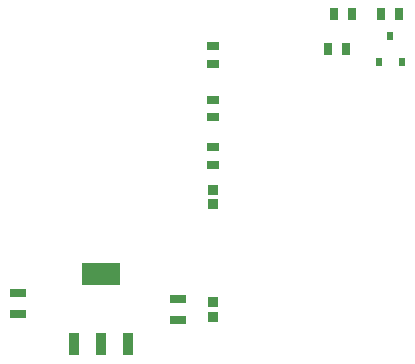
<source format=gbr>
%TF.GenerationSoftware,Altium Limited,Altium Designer,21.2.2 (38)*%
G04 Layer_Color=8421504*
%FSLAX26Y26*%
%MOIN*%
%TF.SameCoordinates,75BC83C2-9D79-468A-8CB9-4745F9D1B378*%
%TF.FilePolarity,Positive*%
%TF.FileFunction,Paste,Top*%
%TF.Part,Single*%
G01*
G75*
%TA.AperFunction,SMDPad,CuDef*%
G04:AMPARAMS|DCode=10|XSize=51.181mil|YSize=29.921mil|CornerRadius=3.74mil|HoleSize=0mil|Usage=FLASHONLY|Rotation=180.000|XOffset=0mil|YOffset=0mil|HoleType=Round|Shape=RoundedRectangle|*
%AMROUNDEDRECTD10*
21,1,0.051181,0.022441,0,0,180.0*
21,1,0.043701,0.029921,0,0,180.0*
1,1,0.007480,-0.021850,0.011220*
1,1,0.007480,0.021850,0.011220*
1,1,0.007480,0.021850,-0.011220*
1,1,0.007480,-0.021850,-0.011220*
%
%ADD10ROUNDEDRECTD10*%
%ADD11R,0.035433X0.074803*%
%ADD12R,0.125984X0.074803*%
%ADD13R,0.037402X0.037402*%
%ADD14R,0.039370X0.031496*%
%ADD15R,0.031496X0.039370*%
%ADD16R,0.023622X0.029528*%
D10*
X472441Y-417716D02*
D03*
Y-488189D02*
D03*
X1003937Y-437401D02*
D03*
Y-507874D02*
D03*
D11*
X657480Y-588583D02*
D03*
X748032D02*
D03*
X838583D02*
D03*
D12*
X748032Y-356299D02*
D03*
D13*
X1122047Y-447835D02*
D03*
Y-497047D02*
D03*
Y-73819D02*
D03*
Y-123031D02*
D03*
D14*
Y344488D02*
D03*
Y403543D02*
D03*
Y167323D02*
D03*
Y226378D02*
D03*
Y9842D02*
D03*
Y68898D02*
D03*
D15*
X1505906Y393701D02*
D03*
X1564961D02*
D03*
X1525591Y511811D02*
D03*
X1584646D02*
D03*
X1742126D02*
D03*
X1683071D02*
D03*
D16*
X1712598Y437008D02*
D03*
X1750000Y350394D02*
D03*
X1675197D02*
D03*
%TF.MD5,d7cde04a637cdc840107c03bd720c1cb*%
M02*

</source>
